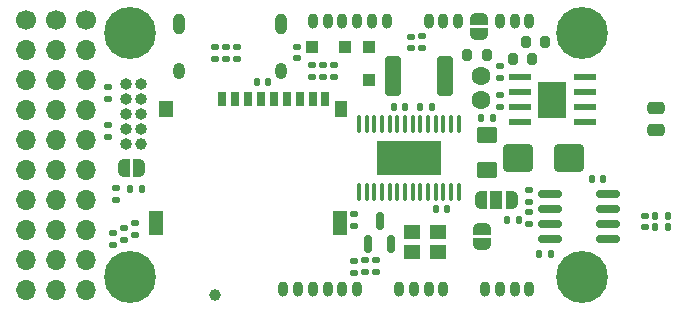
<source format=gbs>
G04 #@! TF.GenerationSoftware,KiCad,Pcbnew,8.0.1*
G04 #@! TF.CreationDate,2024-08-06T04:56:33+03:00*
G04 #@! TF.ProjectId,Penguin Junior,50656e67-7569-46e2-904a-756e696f722e,rev?*
G04 #@! TF.SameCoordinates,Original*
G04 #@! TF.FileFunction,Soldermask,Bot*
G04 #@! TF.FilePolarity,Negative*
%FSLAX46Y46*%
G04 Gerber Fmt 4.6, Leading zero omitted, Abs format (unit mm)*
G04 Created by KiCad (PCBNEW 8.0.1) date 2024-08-06 04:56:33*
%MOMM*%
%LPD*%
G01*
G04 APERTURE LIST*
G04 Aperture macros list*
%AMRoundRect*
0 Rectangle with rounded corners*
0 $1 Rounding radius*
0 $2 $3 $4 $5 $6 $7 $8 $9 X,Y pos of 4 corners*
0 Add a 4 corners polygon primitive as box body*
4,1,4,$2,$3,$4,$5,$6,$7,$8,$9,$2,$3,0*
0 Add four circle primitives for the rounded corners*
1,1,$1+$1,$2,$3*
1,1,$1+$1,$4,$5*
1,1,$1+$1,$6,$7*
1,1,$1+$1,$8,$9*
0 Add four rect primitives between the rounded corners*
20,1,$1+$1,$2,$3,$4,$5,0*
20,1,$1+$1,$4,$5,$6,$7,0*
20,1,$1+$1,$6,$7,$8,$9,0*
20,1,$1+$1,$8,$9,$2,$3,0*%
%AMFreePoly0*
4,1,19,0.550000,-0.750000,0.000000,-0.750000,0.000000,-0.744911,-0.071157,-0.744911,-0.207708,-0.704816,-0.327430,-0.627875,-0.420627,-0.520320,-0.479746,-0.390866,-0.500000,-0.250000,-0.500000,0.250000,-0.479746,0.390866,-0.420627,0.520320,-0.327430,0.627875,-0.207708,0.704816,-0.071157,0.744911,0.000000,0.744911,0.000000,0.750000,0.550000,0.750000,0.550000,-0.750000,0.550000,-0.750000,
$1*%
%AMFreePoly1*
4,1,19,0.000000,0.744911,0.071157,0.744911,0.207708,0.704816,0.327430,0.627875,0.420627,0.520320,0.479746,0.390866,0.500000,0.250000,0.500000,-0.250000,0.479746,-0.390866,0.420627,-0.520320,0.327430,-0.627875,0.207708,-0.704816,0.071157,-0.744911,0.000000,-0.744911,0.000000,-0.750000,-0.550000,-0.750000,-0.550000,0.750000,0.000000,0.750000,0.000000,0.744911,0.000000,0.744911,
$1*%
%AMFreePoly2*
4,1,19,0.500000,-0.750000,0.000000,-0.750000,0.000000,-0.744911,-0.071157,-0.744911,-0.207708,-0.704816,-0.327430,-0.627875,-0.420627,-0.520320,-0.479746,-0.390866,-0.500000,-0.250000,-0.500000,0.250000,-0.479746,0.390866,-0.420627,0.520320,-0.327430,0.627875,-0.207708,0.704816,-0.071157,0.744911,0.000000,0.744911,0.000000,0.750000,0.500000,0.750000,0.500000,-0.750000,0.500000,-0.750000,
$1*%
%AMFreePoly3*
4,1,19,0.000000,0.744911,0.071157,0.744911,0.207708,0.704816,0.327430,0.627875,0.420627,0.520320,0.479746,0.390866,0.500000,0.250000,0.500000,-0.250000,0.479746,-0.390866,0.420627,-0.520320,0.327430,-0.627875,0.207708,-0.704816,0.071157,-0.744911,0.000000,-0.744911,0.000000,-0.750000,-0.500000,-0.750000,-0.500000,0.750000,0.000000,0.750000,0.000000,0.744911,0.000000,0.744911,
$1*%
G04 Aperture macros list end*
%ADD10O,0.900000X1.300000*%
%ADD11C,0.700000*%
%ADD12C,4.400000*%
%ADD13C,1.600000*%
%ADD14C,1.700000*%
%ADD15O,1.700000X1.700000*%
%ADD16C,1.000000*%
%ADD17O,1.000000X1.000000*%
%ADD18O,1.000000X1.400000*%
%ADD19O,1.000000X1.800000*%
%ADD20RoundRect,0.135000X0.185000X-0.135000X0.185000X0.135000X-0.185000X0.135000X-0.185000X-0.135000X0*%
%ADD21RoundRect,0.250000X1.000000X0.900000X-1.000000X0.900000X-1.000000X-0.900000X1.000000X-0.900000X0*%
%ADD22FreePoly0,180.000000*%
%ADD23R,1.000000X1.500000*%
%ADD24FreePoly1,180.000000*%
%ADD25RoundRect,0.135000X-0.135000X-0.185000X0.135000X-0.185000X0.135000X0.185000X-0.135000X0.185000X0*%
%ADD26FreePoly2,180.000000*%
%ADD27FreePoly3,180.000000*%
%ADD28R,1.910000X0.610000*%
%ADD29R,1.205000X1.550000*%
%ADD30RoundRect,0.135000X-0.185000X0.135000X-0.185000X-0.135000X0.185000X-0.135000X0.185000X0.135000X0*%
%ADD31RoundRect,0.135000X0.135000X0.185000X-0.135000X0.185000X-0.135000X-0.185000X0.135000X-0.185000X0*%
%ADD32RoundRect,0.200000X-0.200000X-0.275000X0.200000X-0.275000X0.200000X0.275000X-0.200000X0.275000X0*%
%ADD33RoundRect,0.200000X0.200000X0.275000X-0.200000X0.275000X-0.200000X-0.275000X0.200000X-0.275000X0*%
%ADD34RoundRect,0.250000X-0.475000X0.250000X-0.475000X-0.250000X0.475000X-0.250000X0.475000X0.250000X0*%
%ADD35RoundRect,0.140000X0.140000X0.170000X-0.140000X0.170000X-0.140000X-0.170000X0.140000X-0.170000X0*%
%ADD36R,1.400000X1.200000*%
%ADD37RoundRect,0.140000X-0.170000X0.140000X-0.170000X-0.140000X0.170000X-0.140000X0.170000X0.140000X0*%
%ADD38RoundRect,0.100000X0.100000X-0.637500X0.100000X0.637500X-0.100000X0.637500X-0.100000X-0.637500X0*%
%ADD39R,5.400000X2.850000*%
%ADD40RoundRect,0.250001X0.624999X-0.462499X0.624999X0.462499X-0.624999X0.462499X-0.624999X-0.462499X0*%
%ADD41R,0.700000X1.300000*%
%ADD42R,1.200000X2.000000*%
%ADD43R,1.200000X1.400000*%
%ADD44R,1.050000X1.400000*%
%ADD45RoundRect,0.140000X0.170000X-0.140000X0.170000X0.140000X-0.170000X0.140000X-0.170000X-0.140000X0*%
%ADD46RoundRect,0.150000X-0.825000X-0.150000X0.825000X-0.150000X0.825000X0.150000X-0.825000X0.150000X0*%
%ADD47RoundRect,0.140000X-0.140000X-0.170000X0.140000X-0.170000X0.140000X0.170000X-0.140000X0.170000X0*%
%ADD48RoundRect,0.150000X0.150000X-0.587500X0.150000X0.587500X-0.150000X0.587500X-0.150000X-0.587500X0*%
%ADD49RoundRect,0.250000X0.300000X0.300000X-0.300000X0.300000X-0.300000X-0.300000X0.300000X-0.300000X0*%
%ADD50RoundRect,0.250000X-0.300000X0.300000X-0.300000X-0.300000X0.300000X-0.300000X0.300000X0.300000X0*%
%ADD51FreePoly2,270.000000*%
%ADD52FreePoly3,270.000000*%
%ADD53FreePoly2,90.000000*%
%ADD54FreePoly3,90.000000*%
%ADD55RoundRect,0.250000X-0.400000X-1.450000X0.400000X-1.450000X0.400000X1.450000X-0.400000X1.450000X0*%
G04 APERTURE END LIST*
D10*
X133680000Y-84800000D03*
X132430000Y-84800000D03*
X131180000Y-84800000D03*
X129930000Y-84800000D03*
X128680000Y-84800000D03*
X127430000Y-84800000D03*
X145760000Y-84800000D03*
X144510000Y-84800000D03*
X143260000Y-84800000D03*
D11*
X110275000Y-85860000D03*
X110758274Y-84693274D03*
X110758274Y-87026726D03*
X111925000Y-84210000D03*
D12*
X111925000Y-85860000D03*
D11*
X111925000Y-87510000D03*
X113091726Y-84693274D03*
X113091726Y-87026726D03*
X113575000Y-85860000D03*
X148575000Y-106460000D03*
X149058274Y-105293274D03*
X149058274Y-107626726D03*
X150225000Y-104810000D03*
D12*
X150225000Y-106460000D03*
D11*
X150225000Y-108110000D03*
X151391726Y-105293274D03*
X151391726Y-107626726D03*
X151875000Y-106460000D03*
D13*
X141705000Y-89510000D03*
X141705000Y-91510000D03*
D10*
X142010000Y-107510000D03*
X143260000Y-107510000D03*
X144510000Y-107510000D03*
X145760000Y-107510000D03*
D14*
X105715000Y-84735000D03*
D15*
X105715000Y-87275000D03*
X105715000Y-89815000D03*
X105715000Y-92355000D03*
X105715000Y-94895000D03*
X105715000Y-97435000D03*
X105715000Y-99975000D03*
X105715000Y-102515000D03*
X105715000Y-105055000D03*
X105715000Y-107595000D03*
D10*
X124930000Y-107510000D03*
X126180000Y-107510000D03*
X127430000Y-107510000D03*
X128680000Y-107510000D03*
X129930000Y-107510000D03*
X131180000Y-107510000D03*
D14*
X108255000Y-84735000D03*
D15*
X108255000Y-87275000D03*
X108255000Y-89815000D03*
X108255000Y-92355000D03*
X108255000Y-94895000D03*
X108255000Y-97435000D03*
X108255000Y-99975000D03*
X108255000Y-102515000D03*
X108255000Y-105055000D03*
X108255000Y-107595000D03*
D10*
X134720000Y-107510000D03*
X135970000Y-107510000D03*
X137220000Y-107510000D03*
X138470000Y-107510000D03*
D11*
X110275000Y-106460000D03*
X110758274Y-105293274D03*
X110758274Y-107626726D03*
X111925000Y-104810000D03*
D12*
X111925000Y-106460000D03*
D11*
X111925000Y-108110000D03*
X113091726Y-105293274D03*
X113091726Y-107626726D03*
X113575000Y-106460000D03*
D16*
X112900000Y-95200000D03*
D17*
X111630000Y-95200000D03*
X112900000Y-93930000D03*
X111630000Y-93930000D03*
X112900000Y-92660000D03*
X111630000Y-92660000D03*
X112900000Y-91390000D03*
X111630000Y-91390000D03*
X112900000Y-90120000D03*
X111630000Y-90120000D03*
D18*
X124745000Y-89050000D03*
D19*
X124745000Y-85050000D03*
D18*
X116105000Y-89050000D03*
D19*
X116105000Y-85050000D03*
D11*
X148575000Y-85860000D03*
X149058274Y-84693274D03*
X149058274Y-87026726D03*
X150225000Y-84210000D03*
D12*
X150225000Y-85860000D03*
D11*
X150225000Y-87510000D03*
X151391726Y-84693274D03*
X151391726Y-87026726D03*
X151875000Y-85860000D03*
D10*
X139720000Y-84800000D03*
X138470000Y-84800000D03*
X137220000Y-84800000D03*
D14*
X103175000Y-84735000D03*
D15*
X103175000Y-87275000D03*
X103175000Y-89815000D03*
X103175000Y-92355000D03*
X103175000Y-94895000D03*
X103175000Y-97435000D03*
X103175000Y-99975000D03*
X103175000Y-102515000D03*
X103175000Y-105055000D03*
X103175000Y-107595000D03*
D20*
X143235000Y-92100000D03*
X143235000Y-91080000D03*
X132800000Y-106090000D03*
X132800000Y-105070000D03*
D21*
X149113500Y-96450000D03*
X144813500Y-96450000D03*
D20*
X110117500Y-94640000D03*
X110117500Y-93620000D03*
D22*
X144255000Y-99950000D03*
D23*
X142955000Y-99950000D03*
D24*
X141655000Y-99950000D03*
D25*
X143858000Y-101677000D03*
X144878000Y-101677000D03*
D26*
X112720000Y-97300000D03*
D27*
X111420000Y-97300000D03*
D28*
X144925000Y-93405000D03*
X144925000Y-92135000D03*
X144925000Y-90865000D03*
X144925000Y-89595000D03*
X150485000Y-89595000D03*
X150485000Y-90865000D03*
X150485000Y-92135000D03*
X150485000Y-93405000D03*
D29*
X147102500Y-90725000D03*
X147102500Y-92275000D03*
X148307500Y-90725000D03*
X148307500Y-92275000D03*
D30*
X128300000Y-88580000D03*
X128300000Y-89600000D03*
D31*
X147570000Y-104570000D03*
X146550000Y-104570000D03*
D32*
X140480000Y-87680000D03*
X142130000Y-87680000D03*
D20*
X136650000Y-87140000D03*
X136650000Y-86120000D03*
X111467000Y-103376000D03*
X111467000Y-102356000D03*
D30*
X129240000Y-88580000D03*
X129240000Y-89600000D03*
X145770000Y-100980000D03*
X145770000Y-102000000D03*
D33*
X146010000Y-88070000D03*
X144360000Y-88070000D03*
D20*
X110117000Y-91428000D03*
X110117000Y-90408000D03*
D34*
X156455000Y-92158500D03*
X156455000Y-94058500D03*
D30*
X131860000Y-105070000D03*
X131860000Y-106090000D03*
D35*
X138790000Y-100730000D03*
X137830000Y-100730000D03*
D16*
X119110000Y-108030000D03*
D36*
X135790000Y-102660000D03*
X137990000Y-102660000D03*
X137990000Y-104360000D03*
X135790000Y-104360000D03*
D35*
X123641000Y-89970000D03*
X122681000Y-89970000D03*
D20*
X130910000Y-102180000D03*
X130910000Y-101160000D03*
D37*
X126120000Y-86980000D03*
X126120000Y-87940000D03*
D30*
X120985000Y-87005000D03*
X120985000Y-88025000D03*
D38*
X139780000Y-99272500D03*
X139130000Y-99272500D03*
X138480000Y-99272500D03*
X137830000Y-99272500D03*
X137180000Y-99272500D03*
X136530000Y-99272500D03*
X135880000Y-99272500D03*
X135230000Y-99272500D03*
X134580000Y-99272500D03*
X133930000Y-99272500D03*
X133280000Y-99272500D03*
X132630000Y-99272500D03*
X131980000Y-99272500D03*
X131330000Y-99272500D03*
X131330000Y-93547500D03*
X131980000Y-93547500D03*
X132630000Y-93547500D03*
X133280000Y-93547500D03*
X133930000Y-93547500D03*
X134580000Y-93547500D03*
X135230000Y-93547500D03*
X135880000Y-93547500D03*
X136530000Y-93547500D03*
X137180000Y-93547500D03*
X137830000Y-93547500D03*
X138480000Y-93547500D03*
X139130000Y-93547500D03*
X139780000Y-93547500D03*
D39*
X135555000Y-96410000D03*
D40*
X142169000Y-97416500D03*
X142169000Y-94441500D03*
D31*
X112990000Y-99020000D03*
X111970000Y-99020000D03*
D35*
X135230000Y-92100000D03*
X134270000Y-92100000D03*
D30*
X130918000Y-105163000D03*
X130918000Y-106183000D03*
D20*
X110720000Y-100000000D03*
X110720000Y-98980000D03*
D35*
X142665000Y-93019000D03*
X141705000Y-93019000D03*
D30*
X120043000Y-87005000D03*
X120043000Y-88025000D03*
D35*
X137490000Y-92100000D03*
X136530000Y-92100000D03*
D32*
X145455000Y-86610000D03*
X147105000Y-86610000D03*
D41*
X119698000Y-91393500D03*
X120798000Y-91393500D03*
X121898000Y-91393500D03*
X122998000Y-91393500D03*
X124098000Y-91393500D03*
X125198000Y-91393500D03*
X126298000Y-91393500D03*
X127398000Y-91393500D03*
X128498000Y-91393500D03*
D42*
X114178000Y-101943500D03*
X129698000Y-101943500D03*
D43*
X115018000Y-92243500D03*
D44*
X129773000Y-92243500D03*
D31*
X157455000Y-101330000D03*
X156435000Y-101330000D03*
D45*
X155550000Y-102280000D03*
X155550000Y-101320000D03*
D46*
X147465000Y-103305000D03*
X147465000Y-102035000D03*
X147465000Y-100765000D03*
X147465000Y-99495000D03*
X152415000Y-99495000D03*
X152415000Y-100765000D03*
X152415000Y-102035000D03*
X152415000Y-103305000D03*
D45*
X135720000Y-87110000D03*
X135720000Y-86150000D03*
D20*
X119103000Y-88025000D03*
X119103000Y-87005000D03*
D47*
X151044000Y-98229000D03*
X152004000Y-98229000D03*
D48*
X134030000Y-103667500D03*
X132130000Y-103667500D03*
X133080000Y-101792500D03*
D49*
X130187500Y-86980000D03*
X127387500Y-86980000D03*
D50*
X132140000Y-86980000D03*
X132140000Y-89780000D03*
D30*
X127350000Y-88570000D03*
X127350000Y-89590000D03*
D31*
X157455000Y-102270000D03*
X156435000Y-102270000D03*
D20*
X110526000Y-103779000D03*
X110526000Y-102759000D03*
D45*
X143245000Y-89620000D03*
X143245000Y-88660000D03*
D20*
X145770000Y-100140000D03*
X145770000Y-99120000D03*
X112407000Y-102976000D03*
X112407000Y-101956000D03*
D51*
X141787000Y-102432500D03*
D52*
X141787000Y-103732500D03*
D53*
X141490000Y-85950000D03*
D54*
X141490000Y-84650000D03*
D55*
X134195000Y-89510000D03*
X138645000Y-89510000D03*
M02*

</source>
